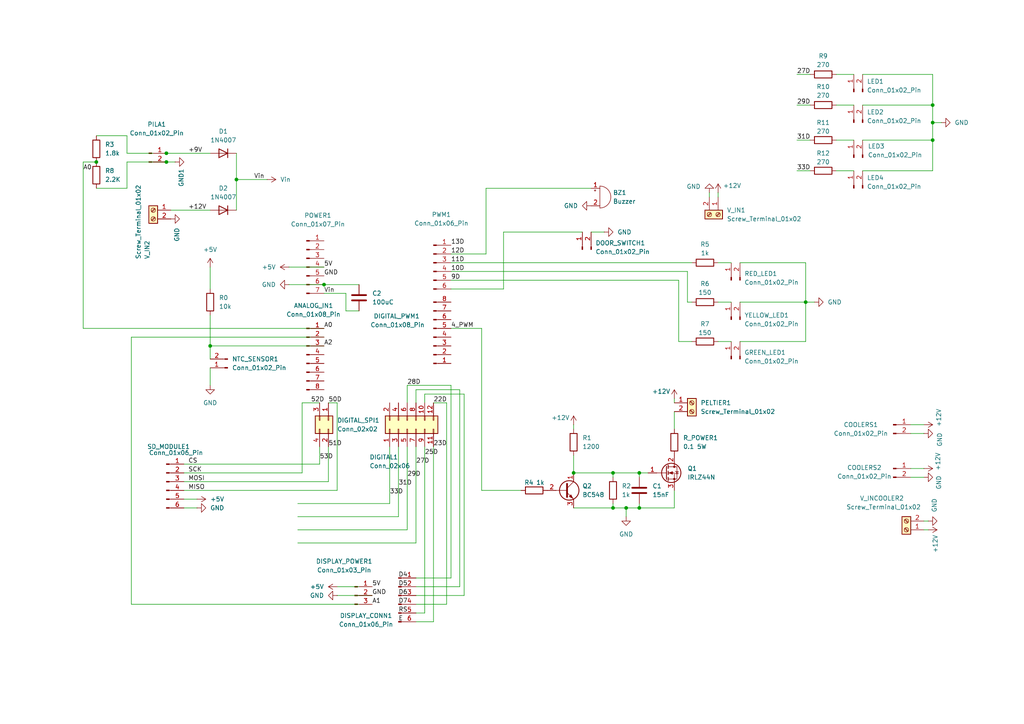
<source format=kicad_sch>
(kicad_sch (version 20250114) (generator "eeschema") (generator_version "9.0")
  (paper "A4")
  (lib_symbols
    (symbol "Conn_01x06_Pin_1" (pin_names (offset 1.016) (hide yes))
      (property "Reference" "SD_MODULE1" (at 0.635 10.16 0))
      (property "Value" "Conn_01x06_Pin" (at 2.794 8.382 0))
      (symbol "Conn_01x06_Pin_1_1_1"
        (pin passive line (at 5.08 5.08 180) (length 3.81) (name "Pin_1") (number "1"))
        (pin passive line (at 5.08 2.54 180) (length 3.81) (name "Pin_2") (number "2"))
        (pin passive line (at 5.08 0 180) (length 3.81) (name "Pin_3") (number "3"))
        (pin passive line (at 5.08 -2.54 180) (length 3.81) (name "Pin_4") (number "4"))
        (pin passive line (at 5.08 -5.08 180) (length 3.81) (name "Pin_5") (number "5"))
        (pin passive line (at 5.08 -7.62 180) (length 3.81) (name "Pin_6") (number "6"))
      )
    )
    (symbol "Conn_01x06_Pin_2" (pin_names (offset 1.016) (hide yes))
      (property "Reference" "DISPLAY_CONN1" (at -9.398 -5.842 0))
      (property "Value" "Conn_01x06_Pin" (at -9.398 -8.382 0))
      (symbol "Conn_01x06_Pin_2_1_1"
        (pin passive line (at 5.08 5.08 180) (length 3.81) (name "Pin_1") (number "1"))
        (pin passive line (at 5.08 2.54 180) (length 3.81) (name "Pin_2") (number "2"))
        (pin passive line (at 5.08 0 180) (length 3.81) (name "Pin_3") (number "3"))
        (pin passive line (at 5.08 -2.54 180) (length 3.81) (name "Pin_4") (number "4"))
        (pin passive line (at 5.08 -5.08 180) (length 3.81) (name "Pin_5") (number "5"))
        (pin passive line (at 5.08 -7.62 180) (length 3.81) (name "Pin_6") (number "6"))
      )
    )
    (symbol "Conn_01x08_Pin_1" (pin_names (offset 1.016) (hide yes))
      (property "Reference" "DIGITAL_PWM1" (at -10.668 3.556 0))
      (property "Value" "Conn_01x08_Pin" (at -10.414 1.016 0))
      (symbol "Conn_01x08_Pin_1_1_1"
        (pin passive line (at 5.08 7.62 180) (length 3.81) (name "Pin_1") (number "8"))
        (pin passive line (at 5.08 5.08 180) (length 3.81) (name "Pin_2") (number "7"))
        (pin passive line (at 5.08 2.54 180) (length 3.81) (name "Pin_3") (number "6"))
        (pin passive line (at 5.08 0 180) (length 3.81) (name "Pin_4") (number "5"))
        (pin passive line (at 5.08 -2.54 180) (length 3.81) (name "Pin_5") (number "4"))
        (pin passive line (at 5.08 -5.08 180) (length 3.81) (name "Pin_6") (number "3"))
        (pin passive line (at 5.08 -7.62 180) (length 3.81) (name "Pin_7") (number "2"))
        (pin passive line (at 5.08 -10.16 180) (length 3.81) (name "Pin_8") (number "1"))
      )
    )
    (symbol "Connector:Conn_01x02_Pin" (pin_names (offset 1.016) (hide yes))
      (property "Reference" "J" (at 0 2.54 0))
      (property "Value" "Conn_01x02_Pin" (at 0 -5.08 0))
      (symbol "Conn_01x02_Pin_1_1"
        (pin passive line (at 5.08 0 180) (length 3.81) (name "Pin_1") (number "1"))
        (pin passive line (at 5.08 -2.54 180) (length 3.81) (name "Pin_2") (number "2"))
      )
    )
    (symbol "Connector:Conn_01x03_Pin" (pin_names (offset 1.016) (hide yes))
      (property "Reference" "DISPLAY_POWER1" (at -3.048 9.906 0))
      (property "Value" "Conn_01x03_Pin" (at -3.048 7.366 0))
      (symbol "Conn_01x03_Pin_1_1"
        (pin passive line (at 5.08 2.54 180) (length 3.81) (name "Pin_1") (number "1"))
        (pin passive line (at 5.08 0 180) (length 3.81) (name "Pin_2") (number "2"))
        (pin passive line (at 5.08 -2.54 180) (length 3.81) (name "Pin_3") (number "3"))
      )
    )
    (symbol "Connector:Conn_01x06_Pin" (pin_names (offset 1.016) (hide yes))
      (property "Reference" "PWM1" (at 2.286 13.97 0))
      (property "Value" "Conn_01x06_Pin" (at 2.286 11.43 0))
      (symbol "Conn_01x06_Pin_1_1"
        (pin passive line (at 5.08 5.08 180) (length 3.81) (name "Pin_1") (number "1"))
        (pin passive line (at 5.08 2.54 180) (length 3.81) (name "Pin_2") (number "2"))
        (pin passive line (at 5.08 0 180) (length 3.81) (name "Pin_3") (number "3"))
        (pin passive line (at 5.08 -2.54 180) (length 3.81) (name "Pin_4") (number "4"))
        (pin passive line (at 5.08 -5.08 180) (length 3.81) (name "Pin_5") (number "5"))
        (pin passive line (at 5.08 -7.62 180) (length 3.81) (name "Pin_6") (number "6"))
      )
    )
    (symbol "Connector:Conn_01x07_Pin" (pin_names (offset 1.016) (hide yes))
      (property "Reference" "POWER1" (at 3.302 14.986 0))
      (property "Value" "Conn_01x07_Pin" (at 3.302 12.446 0))
      (symbol "Conn_01x07_Pin_1_1"
        (pin passive line (at 5.08 7.62 180) (length 3.81) (name "Pin_1") (number "1"))
        (pin passive line (at 5.08 5.08 180) (length 3.81) (name "Pin_2") (number "2"))
        (pin output line (at 5.08 2.54 180) (length 3.81) (name "Pin_3") (number "3"))
        (pin output line (at 5.08 0 180) (length 3.81) (name "Pin_4") (number "4"))
        (pin passive line (at 5.08 -2.54 180) (length 3.81) (name "Pin_5") (number "5"))
        (pin passive line (at 5.08 -5.08 180) (length 3.81) (name "Pin_6") (number "6"))
        (pin passive line (at 5.08 -7.62 180) (length 3.81) (name "Pin_7") (number "7"))
      )
    )
    (symbol "Connector:Conn_01x08_Pin" (pin_names (offset 1.016) (hide yes))
      (property "Reference" "ANALOG_IN1" (at 2.032 14.224 0))
      (property "Value" "Conn_01x08_Pin" (at 2.032 11.684 0))
      (symbol "Conn_01x08_Pin_1_1"
        (pin passive line (at 5.08 7.62 180) (length 3.81) (name "Pin_1") (number "1"))
        (pin passive line (at 5.08 5.08 180) (length 3.81) (name "Pin_2") (number "2"))
        (pin passive line (at 5.08 2.54 180) (length 3.81) (name "Pin_3") (number "3"))
        (pin passive line (at 5.08 0 180) (length 3.81) (name "Pin_4") (number "4"))
        (pin passive line (at 5.08 -2.54 180) (length 3.81) (name "Pin_5") (number "5"))
        (pin passive line (at 5.08 -5.08 180) (length 3.81) (name "Pin_6") (number "6"))
        (pin passive line (at 5.08 -7.62 180) (length 3.81) (name "Pin_7") (number "7"))
        (pin passive line (at 5.08 -10.16 180) (length 3.81) (name "Pin_8") (number "8"))
      )
    )
    (symbol "Connector:Screw_Terminal_01x02" (pin_names (offset 1.016) (hide yes))
      (property "Reference" "J" (at 0 2.54 0))
      (property "Value" "Screw_Terminal_01x02" (at 0 -5.08 0))
      (symbol "Screw_Terminal_01x02_1_1"
        (pin passive line (at -5.08 0 0) (length 3.81) (name "Pin_1") (number "1"))
        (pin passive line (at -5.08 -2.54 0) (length 3.81) (name "Pin_2") (number "2"))
      )
    )
    (symbol "Connector_Generic:Conn_02x02_Odd_Even" (pin_names (offset 1.016) (hide yes))
      (property "Reference" "DIGITAL_SPI1" (at -0.0001 2.54 90))
      (property "Value" "Conn_02x02" (at 2.5399 2.54 90))
      (symbol "Conn_02x02_Odd_Even_1_1"
        (pin passive line (at -5.08 0 0) (length 3.81) (name "Pin_1") (number "1"))
        (pin passive line (at -5.08 -2.54 0) (length 3.81) (name "Pin_3") (number "3"))
        (pin passive line (at 7.62 0 180) (length 3.81) (name "Pin_2") (number "2"))
        (pin passive line (at 7.62 -2.54 180) (length 3.81) (name "Pin_4") (number "4"))
      )
    )
    (symbol "Connector_Generic:Conn_02x06_Odd_Even" (pin_names (offset 1.016) (hide yes))
      (property "Reference" "DIGITAL1" (at -8.128 10.922 90))
      (property "Value" "Conn_02x06" (at -10.668 10.922 90))
      (symbol "Conn_02x06_Odd_Even_1_1"
        (pin passive line (at -5.08 5.08 0) (length 3.81) (name "Pin_1") (number "1"))
        (pin passive line (at -5.08 2.54 0) (length 3.81) (name "Pin_3") (number "3"))
        (pin passive line (at -5.08 0 0) (length 3.81) (name "Pin_5") (number "5"))
        (pin passive line (at -5.08 -2.54 0) (length 3.81) (name "Pin_7") (number "7"))
        (pin passive line (at -5.08 -5.08 0) (length 3.81) (name "Pin_9") (number "9"))
        (pin passive line (at -5.08 -7.62 0) (length 3.81) (name "Pin_11") (number "11"))
        (pin passive line (at 7.62 5.08 180) (length 3.81) (name "Pin_2") (number "2"))
        (pin passive line (at 7.62 2.54 180) (length 3.81) (name "Pin_4") (number "4"))
        (pin passive line (at 7.62 0 180) (length 3.81) (name "Pin_6") (number "6"))
        (pin passive line (at 7.62 -2.54 180) (length 3.81) (name "Pin_8") (number "8"))
        (pin passive line (at 7.62 -5.08 180) (length 3.81) (name "Pin_10") (number "10"))
        (pin passive line (at 7.62 -7.62 180) (length 3.81) (name "Pin_12") (number "12"))
      )
    )
    (symbol "Device:Buzzer" (pin_names (offset 0.0254) (hide yes))
      (property "Reference" "BZ" (at 3.81 1.27 0))
      (property "Value" "Buzzer" (at 3.81 -1.27 0))
      (symbol "Buzzer_1_1"
        (pin passive line (at -2.54 2.54 0) (length 2.54) (name "+") (number "1"))
        (pin passive line (at -2.54 -2.54 0) (length 2.54) (name "-") (number "2"))
      )
    )
    (symbol "Device:C" (pin_numbers (hide yes)) (pin_names (offset 0.254))
      (property "Reference" "C" (at 0.635 2.54 0))
      (property "Value" "C" (at 0.635 -2.54 0))
      (symbol "C_1_1"
        (pin passive line (at 0 3.81 270) (length 2.794) (name "~") (number "1"))
        (pin passive line (at 0 -3.81 90) (length 2.794) (name "~") (number "2"))
      )
    )
    (symbol "Device:R" (pin_numbers (hide yes)) (pin_names (offset 0))
      (property "Reference" "R" (at 2.032 0 90))
      (property "Value" "R" (at 0 0 90))
      (symbol "R_1_1"
        (pin passive line (at 0 3.81 270) (length 1.27) (name "~") (number "1"))
        (pin passive line (at 0 -3.81 90) (length 1.27) (name "~") (number "2"))
      )
    )
    (symbol "Diode:1N4007" (pin_numbers (hide yes)) (pin_names (hide yes))
      (property "Reference" "D" (at 0 2.54 0))
      (property "Value" "1N4007" (at 0 -2.54 0))
      (symbol "1N4007_1_1"
        (pin passive line (at -3.81 0 0) (length 2.54) (name "K") (number "1"))
        (pin passive line (at 3.81 0 180) (length 2.54) (name "A") (number "2"))
      )
    )
    (symbol "Transistor_BJT:BC548" (pin_names (offset 0) (hide yes))
      (property "Reference" "Q" (at 5.08 1.905 0))
      (property "Value" "BC548" (at 5.08 0 0))
      (symbol "BC548_1_1"
        (pin input line (at -5.08 0 0) (length 2.54) (name "B") (number "2"))
        (pin passive line (at 2.54 5.08 270) (length 2.54) (name "C") (number "1"))
        (pin passive line (at 2.54 -5.08 90) (length 2.54) (name "E") (number "3"))
      )
    )
    (symbol "Transistor_FET:IRLZ44N" (pin_names (hide yes))
      (property "Reference" "Q" (at 5.08 1.905 0))
      (property "Value" "IRLZ44N" (at 5.08 0 0))
      (symbol "IRLZ44N_1_1"
        (pin input line (at -5.08 0 0) (length 2.54) (name "G") (number "1"))
        (pin passive line (at 2.54 5.08 270) (length 2.54) (name "D") (number "2"))
        (pin passive line (at 2.54 -5.08 90) (length 2.54) (name "S") (number "3"))
      )
    )
    (symbol "power:+12V" (power) (pin_numbers (hide yes)) (pin_names (offset 0) (hide yes))
      (property "Value" "+12V" (at 0 3.556 0))
      (symbol "+12V_1_1"
        (pin power_in line (at 0 0 90) (length 0) (name "~") (number "1"))
      )
    )
    (symbol "power:+5V" (power) (pin_numbers (hide yes)) (pin_names (offset 0) (hide yes))
      (property "Value" "+5V" (at 0 3.556 0))
      (symbol "+5V_1_1"
        (pin power_in line (at 0 0 90) (length 0) (name "~") (number "1"))
      )
    )
    (symbol "power:GND" (power) (pin_numbers (hide yes)) (pin_names (offset 0) (hide yes))
      (property "Value" "GND" (at 0 -3.81 0))
      (symbol "GND_1_1"
        (pin power_in line (at 0 0 270) (length 0) (name "~") (number "1"))
      )
    )
    (symbol "power:VCC" (power) (pin_numbers (hide yes)) (pin_names (offset 0) (hide yes))
      (property "Value" "VCC" (at 0 3.556 0))
      (symbol "VCC_1_1"
        (pin power_in line (at 0 0 90) (length 0) (name "~") (number "1"))
      )
    )
  )
  (junction (at 185.42 147.32))
  (junction (at 27.94 46.99))
  (junction (at 270.51 35.56))
  (junction (at 48.26 44.45))
  (junction (at 166.37 137.16))
  (junction (at 270.51 30.48))
  (junction (at 177.8 137.16))
  (junction (at 181.61 147.32))
  (junction (at 233.68 87.63))
  (junction (at 60.96 100.33))
  (junction (at 48.26 46.99))
  (junction (at 68.58 52.07))
  (junction (at 93.98 82.55))
  (junction (at 177.8 147.32))
  (junction (at 270.51 40.64))
  (junction (at 185.42 137.16))
  (wire (pts (xy 120.65 172.72) (xy 134.62 172.72)))
  (wire (pts (xy 115.57 129.54) (xy 115.57 149.86)))
  (wire (pts (xy 93.98 95.25) (xy 24.13 95.25)))
  (wire (pts (xy 242.57 40.64) (xy 247.65 40.64)))
  (wire (pts (xy 130.81 81.28) (xy 196.85 81.28)))
  (wire (pts (xy 270.51 30.48) (xy 250.19 30.48)))
  (wire (pts (xy 250.19 49.53) (xy 270.51 49.53)))
  (wire (pts (xy 97.79 170.18) (xy 107.95 170.18)))
  (wire (pts (xy 53.34 144.78) (xy 57.15 144.78)))
  (wire (pts (xy 27.94 54.61) (xy 36.83 54.61)))
  (wire (pts (xy 233.68 76.2) (xy 233.68 87.63)))
  (wire (pts (xy 53.34 139.7) (xy 95.25 139.7)))
  (wire (pts (xy 36.83 54.61) (xy 36.83 46.99)))
  (wire (pts (xy 48.26 46.99) (xy 50.8 46.99)))
  (wire (pts (xy 166.37 124.46) (xy 166.37 123.19)))
  (wire (pts (xy 177.8 146.05) (xy 177.8 147.32)))
  (wire (pts (xy 120.65 180.34) (xy 125.73 180.34)))
  (wire (pts (xy 208.28 57.15) (xy 208.28 55.88)))
  (wire (pts (xy 177.8 147.32) (xy 181.61 147.32)))
  (wire (pts (xy 264.16 123.19) (xy 267.97 123.19)))
  (wire (pts (xy 97.79 116.84) (xy 95.25 116.84)))
  (wire (pts (xy 146.05 67.31) (xy 168.91 67.31)))
  (wire (pts (xy 86.36 149.86) (xy 115.57 149.86)))
  (wire (pts (xy 60.96 106.68) (xy 60.96 111.76)))
  (wire (pts (xy 247.65 30.48) (xy 242.57 30.48)))
  (wire (pts (xy 113.03 129.54) (xy 113.03 146.05)))
  (wire (pts (xy 93.98 82.55) (xy 104.14 82.55)))
  (wire (pts (xy 250.19 40.64) (xy 270.51 40.64)))
  (wire (pts (xy 146.05 83.82) (xy 130.81 83.82)))
  (wire (pts (xy 68.58 52.07) (xy 68.58 60.96)))
  (wire (pts (xy 38.1 175.26) (xy 107.95 175.26)))
  (wire (pts (xy 177.8 138.43) (xy 177.8 137.16)))
  (wire (pts (xy 139.7 95.25) (xy 139.7 142.24)))
  (wire (pts (xy 195.58 119.38) (xy 195.58 124.46)))
  (wire (pts (xy 130.81 167.64) (xy 130.81 111.76)))
  (wire (pts (xy 139.7 142.24) (xy 151.13 142.24)))
  (wire (pts (xy 24.13 95.25) (xy 24.13 46.99)))
  (wire (pts (xy 129.54 175.26) (xy 129.54 116.84)))
  (wire (pts (xy 83.82 82.55) (xy 93.98 82.55)))
  (wire (pts (xy 214.63 87.63) (xy 233.68 87.63)))
  (wire (pts (xy 181.61 147.32) (xy 185.42 147.32)))
  (wire (pts (xy 212.09 99.06) (xy 208.28 99.06)))
  (wire (pts (xy 205.74 57.15) (xy 205.74 55.88)))
  (wire (pts (xy 250.19 21.59) (xy 270.51 21.59)))
  (wire (pts (xy 212.09 87.63) (xy 208.28 87.63)))
  (wire (pts (xy 199.39 87.63) (xy 200.66 87.63)))
  (wire (pts (xy 270.51 21.59) (xy 270.51 30.48)))
  (wire (pts (xy 123.19 177.8) (xy 123.19 129.54)))
  (wire (pts (xy 53.34 147.32) (xy 57.15 147.32)))
  (wire (pts (xy 92.71 134.62) (xy 53.34 134.62)))
  (wire (pts (xy 270.51 35.56) (xy 270.51 40.64)))
  (wire (pts (xy 139.7 95.25) (xy 130.81 95.25)))
  (wire (pts (xy 195.58 116.84) (xy 195.58 115.57)))
  (wire (pts (xy 130.81 73.66) (xy 140.97 73.66)))
  (wire (pts (xy 208.28 76.2) (xy 212.09 76.2)))
  (wire (pts (xy 93.98 97.79) (xy 38.1 97.79)))
  (wire (pts (xy 27.94 39.37) (xy 36.83 39.37)))
  (wire (pts (xy 140.97 54.61) (xy 140.97 73.66)))
  (wire (pts (xy 264.16 138.43) (xy 267.97 138.43)))
  (wire (pts (xy 36.83 39.37) (xy 36.83 44.45)))
  (wire (pts (xy 87.63 137.16) (xy 87.63 116.84)))
  (wire (pts (xy 125.73 129.54) (xy 125.73 180.34)))
  (wire (pts (xy 166.37 137.16) (xy 177.8 137.16)))
  (wire (pts (xy 97.79 172.72) (xy 107.95 172.72)))
  (wire (pts (xy 214.63 76.2) (xy 233.68 76.2)))
  (wire (pts (xy 270.51 40.64) (xy 270.51 49.53)))
  (wire (pts (xy 233.68 99.06) (xy 214.63 99.06)))
  (wire (pts (xy 36.83 44.45) (xy 48.26 44.45)))
  (wire (pts (xy 175.26 67.31) (xy 171.45 67.31)))
  (wire (pts (xy 267.97 151.13) (xy 269.24 151.13)))
  (wire (pts (xy 53.34 137.16) (xy 87.63 137.16)))
  (wire (pts (xy 270.51 30.48) (xy 270.51 35.56)))
  (wire (pts (xy 181.61 147.32) (xy 181.61 149.86)))
  (wire (pts (xy 270.51 35.56) (xy 273.05 35.56)))
  (wire (pts (xy 242.57 21.59) (xy 247.65 21.59)))
  (wire (pts (xy 60.96 100.33) (xy 60.96 104.14)))
  (wire (pts (xy 236.22 87.63) (xy 233.68 87.63)))
  (wire (pts (xy 231.14 49.53) (xy 234.95 49.53)))
  (wire (pts (xy 185.42 138.43) (xy 185.42 137.16)))
  (wire (pts (xy 97.79 142.24) (xy 97.79 116.84)))
  (wire (pts (xy 118.11 129.54) (xy 118.11 153.67)))
  (wire (pts (xy 166.37 147.32) (xy 177.8 147.32)))
  (wire (pts (xy 87.63 116.84) (xy 92.71 116.84)))
  (wire (pts (xy 53.34 142.24) (xy 97.79 142.24)))
  (wire (pts (xy 86.36 157.48) (xy 120.65 157.48)))
  (wire (pts (xy 118.11 111.76) (xy 118.11 116.84)))
  (wire (pts (xy 233.68 87.63) (xy 233.68 99.06)))
  (wire (pts (xy 264.16 125.73) (xy 267.97 125.73)))
  (wire (pts (xy 196.85 99.06) (xy 200.66 99.06)))
  (wire (pts (xy 83.82 77.47) (xy 93.98 77.47)))
  (wire (pts (xy 60.96 91.44) (xy 60.96 100.33)))
  (wire (pts (xy 195.58 147.32) (xy 195.58 142.24)))
  (wire (pts (xy 38.1 97.79) (xy 38.1 175.26)))
  (wire (pts (xy 199.39 78.74) (xy 199.39 87.63)))
  (wire (pts (xy 133.35 113.03) (xy 120.65 113.03)))
  (wire (pts (xy 130.81 78.74) (xy 199.39 78.74)))
  (wire (pts (xy 36.83 46.99) (xy 48.26 46.99)))
  (wire (pts (xy 177.8 137.16) (xy 185.42 137.16)))
  (wire (pts (xy 140.97 54.61) (xy 171.45 54.61)))
  (wire (pts (xy 130.81 111.76) (xy 118.11 111.76)))
  (wire (pts (xy 231.14 21.59) (xy 234.95 21.59)))
  (wire (pts (xy 68.58 44.45) (xy 68.58 52.07)))
  (wire (pts (xy 92.71 129.54) (xy 92.71 134.62)))
  (wire (pts (xy 231.14 40.64) (xy 234.95 40.64)))
  (wire (pts (xy 247.65 49.53) (xy 242.57 49.53)))
  (wire (pts (xy 196.85 81.28) (xy 196.85 99.06)))
  (wire (pts (xy 185.42 147.32) (xy 195.58 147.32)))
  (wire (pts (xy 267.97 153.67) (xy 269.24 153.67)))
  (wire (pts (xy 146.05 67.31) (xy 146.05 83.82)))
  (wire (pts (xy 130.81 76.2) (xy 200.66 76.2)))
  (wire (pts (xy 48.26 44.45) (xy 60.96 44.45)))
  (wire (pts (xy 120.65 175.26) (xy 129.54 175.26)))
  (wire (pts (xy 60.96 100.33) (xy 93.98 100.33)))
  (wire (pts (xy 166.37 132.08) (xy 166.37 137.16)))
  (wire (pts (xy 95.25 139.7) (xy 95.25 129.54)))
  (wire (pts (xy 185.42 137.16) (xy 187.96 137.16)))
  (wire (pts (xy 60.96 83.82) (xy 60.96 77.47)))
  (wire (pts (xy 185.42 146.05) (xy 185.42 147.32)))
  (wire (pts (xy 129.54 116.84) (xy 125.73 116.84)))
  (wire (pts (xy 86.36 153.67) (xy 118.11 153.67)))
  (wire (pts (xy 264.16 135.89) (xy 267.97 135.89)))
  (wire (pts (xy 134.62 114.3) (xy 123.19 114.3)))
  (wire (pts (xy 123.19 114.3) (xy 123.19 116.84)))
  (wire (pts (xy 120.65 129.54) (xy 120.65 157.48)))
  (wire (pts (xy 231.14 30.48) (xy 234.95 30.48)))
  (wire (pts (xy 86.36 146.05) (xy 113.03 146.05)))
  (wire (pts (xy 120.65 113.03) (xy 120.65 116.84)))
  (wire (pts (xy 100.33 90.17) (xy 104.14 90.17)))
  (wire (pts (xy 120.65 177.8) (xy 123.19 177.8)))
  (wire (pts (xy 133.35 170.18) (xy 133.35 113.03)))
  (wire (pts (xy 120.65 170.18) (xy 133.35 170.18)))
  (wire (pts (xy 68.58 52.07) (xy 77.47 52.07)))
  (wire (pts (xy 100.33 85.09) (xy 100.33 90.17)))
  (wire (pts (xy 27.94 46.99) (xy 24.13 46.99)))
  (wire (pts (xy 49.53 60.96) (xy 60.96 60.96)))
  (wire (pts (xy 120.65 167.64) (xy 130.81 167.64)))
  (wire (pts (xy 134.62 172.72) (xy 134.62 114.3)))
  (wire (pts (xy 93.98 85.09) (xy 100.33 85.09)))
  (label "4_PWM" (at 130.81 95.25 0))
  (label "D7" (at 115.57 175.26 0))
  (label "33D" (at 113.03 143.51 0))
  (label "A2" (at 93.98 100.33 0))
  (label "11D" (at 130.81 76.2 0))
  (label "13D" (at 130.81 71.12 0))
  (label "53D" (at 92.71 133.35 0))
  (label "CS" (at 54.61 134.62 0))
  (label "5V" (at 107.95 170.18 0))
  (label "51D" (at 95.25 129.54 0))
  (label "E" (at 115.57 180.34 0))
  (label "+9V" (at 54.61 44.45 0))
  (label "D5" (at 115.57 170.18 0))
  (label "D6" (at 115.57 172.72 0))
  (label "+12V" (at 54.61 60.96 0))
  (label "50D" (at 95.25 116.84 0))
  (label "SCK" (at 54.61 137.16 0))
  (label "52D" (at 90.17 116.84 0))
  (label "Vin" (at 73.66 52.07 0))
  (label "23D" (at 125.73 129.54 0))
  (label "31D" (at 115.57 140.97 0))
  (label "27D" (at 120.65 134.62 0))
  (label "RS" (at 115.57 177.8 0))
  (label "12D" (at 130.81 73.66 0))
  (label "9D" (at 130.81 81.28 0))
  (label "31D" (at 231.14 40.64 0))
  (label "29D" (at 231.14 30.48 0))
  (label "27D" (at 231.14 21.59 0))
  (label "5V" (at 93.98 77.47 0))
  (label "Vin" (at 93.98 85.09 0))
  (label "MOSI" (at 54.61 139.7 0))
  (label "10D" (at 130.81 78.74 0))
  (label "A0" (at 24.13 49.53 0))
  (label "GND" (at 93.98 80.01 0))
  (label "MISO" (at 54.61 142.24 0))
  (label "A1" (at 107.95 175.26 0))
  (label "28D" (at 118.11 111.76 0))
  (label "D4" (at 115.57 167.64 0))
  (label "25D" (at 123.19 132.08 0))
  (label "A0" (at 93.98 95.25 0))
  (label "22D" (at 125.73 116.84 0))
  (label "33D" (at 231.14 49.53 0))
  (label "GND" (at 107.95 172.72 0))
  (label "29D" (at 118.11 138.43 0))
  (symbol (lib_id "Device:R") (at 238.76 21.59 90) (unit 1)
    (property "Reference" "R9" (at 238.76 16.256 90))
    (property "Value" "270" (at 238.76 18.796 90))
    (property "Footprint" "Resistor_THT:R_Axial_DIN0207_L6.3mm_D2.5mm_P7.62mm_Horizontal" (effects (hide yes)))
    (property "Description" "Resistor" (effects (hide yes)))
  )
  (symbol (lib_id "Connector:Conn_01x02_Pin") (at 259.08 123.19 0) (unit 1)
    (property "Reference" "COOLERS1" (at 249.682 123.19 0))
    (property "Value" "Conn_01x02_Pin" (at 249.682 125.73 0))
    (property "Footprint" "Connector_JST:JST_XH_B2B-XH-A_1x02_P2.50mm_Vertical" (effects (hide yes)))
    (property "Description" "Generic connector, single row, 01x02, script generated" (effects (hide yes)))
  )
  (symbol (lib_id "Device:R") (at 238.76 40.64 90) (unit 1)
    (property "Reference" "R11" (at 238.76 35.56 90))
    (property "Value" "270" (at 238.76 38.1 90))
    (property "Footprint" "Resistor_THT:R_Axial_DIN0207_L6.3mm_D2.5mm_P7.62mm_Horizontal" (effects (hide yes)))
    (property "Description" "Resistor" (effects (hide yes)))
  )
  (symbol (lib_id "Device:R") (at 177.8 142.24 0) (unit 1)
    (property "Reference" "R2" (at 180.34 140.9699 0) (effects (justify left)))
    (property "Value" "1k" (at 180.34 143.5099 0) (effects (justify left)))
    (property "Footprint" "Resistor_THT:R_Axial_DIN0207_L6.3mm_D2.5mm_P7.62mm_Horizontal" (effects (hide yes)))
    (property "Description" "Resistor" (effects (hide yes)))
  )
  (symbol (lib_id "power:GND") (at 49.53 63.5 90) (mirror x) (unit 1)
    (property "Reference" "#PWR023" (effects (hide yes)))
    (property "Value" "GND" (at 51.308 68.072 0))
    (property "Description" "Power symbol creates a global label with name \"GND\" , ground" (effects (hide yes)))
  )
  (symbol (lib_id "Connector:Conn_01x02_Pin") (at 247.65 35.56 90) (unit 1)
    (property "Reference" "LED2" (at 251.46 32.512 90) (effects (justify right)))
    (property "Value" "Conn_01x02_Pin" (at 251.46 35.052 90) (effects (justify right)))
    (property "Footprint" "Connector_PinHeader_2.54mm:PinHeader_1x02_P2.54mm_Vertical" (effects (hide yes)))
    (property "Description" "Generic connector, single row, 01x02, script generated" (effects (hide yes)))
  )
  (symbol (lib_id "Connector:Conn_01x02_Pin") (at 66.04 106.68 180) (unit 1)
    (property "Reference" "NTC_SENSOR1" (at 67.31 104.1399 0) (effects (justify right)))
    (property "Value" "Conn_01x02_Pin" (at 67.31 106.6799 0) (effects (justify right)))
    (property "Footprint" "Connector_JST:JST_XH_B2B-XH-A_1x02_P2.50mm_Vertical" (effects (hide yes)))
    (property "Description" "Generic connector, single row, 01x02, script generated" (effects (hide yes)))
  )
  (symbol (lib_id "Transistor_BJT:BC548") (at 163.83 142.24 0) (unit 1)
    (property "Reference" "Q2" (at 168.91 140.9699 0) (effects (justify left)))
    (property "Value" "BC548" (at 168.91 143.5099 0) (effects (justify left)))
    (property "Footprint" "Package_TO_SOT_THT:TO-92_Inline" (effects (hide yes)))
    (property "Datasheet" "https://www.onsemi.com/pub/Collateral/BC550-D.pdf" (effects (hide yes)))
    (property "Description" "0.1A Ic, 30V Vce, Small Signal NPN Transistor, TO-92" (effects (hide yes)))
  )
  (symbol (lib_id "power:+12V") (at 166.37 123.19 0) (unit 1)
    (property "Reference" "#PWR04" (effects (hide yes)))
    (property "Value" "+12V" (at 162.56 121.158 0))
    (property "Description" "Power symbol creates a global label with name \"+12V\"" (effects (hide yes)))
  )
  (symbol (lib_id "Connector:Conn_01x02_Pin") (at 212.09 92.71 90) (unit 1)
    (property "Reference" "YELLOW_LED1" (at 215.9 91.44 90) (effects (justify right)))
    (property "Value" "Conn_01x02_Pin" (at 215.9 93.98 90) (effects (justify right)))
    (property "Footprint" "Connector_PinHeader_2.54mm:PinHeader_1x02_P2.54mm_Vertical" (effects (hide yes)))
    (property "Description" "Generic connector, single row, 01x02, script generated" (effects (hide yes)))
  )
  (symbol (lib_id "Device:R") (at 27.94 43.18 0) (unit 1)
    (property "Reference" "R3" (at 30.48 41.9099 0) (effects (justify left)))
    (property "Value" "1.8k" (at 30.48 44.4499 0) (effects (justify left)))
    (property "Footprint" "Resistor_THT:R_Axial_DIN0207_L6.3mm_D2.5mm_P7.62mm_Horizontal" (effects (hide yes)))
    (property "Description" "Resistor" (effects (hide yes)))
  )
  (symbol (lib_id "Connector:Conn_01x02_Pin") (at 247.65 54.61 90) (unit 1)
    (property "Reference" "LED4" (at 251.46 51.562 90) (effects (justify right)))
    (property "Value" "Conn_01x02_Pin" (at 251.46 54.102 90) (effects (justify right)))
    (property "Footprint" "Connector_PinHeader_2.54mm:PinHeader_1x02_P2.54mm_Vertical" (effects (hide yes)))
    (property "Description" "Generic connector, single row, 01x02, script generated" (effects (hide yes)))
  )
  (symbol (lib_id "Connector:Conn_01x02_Pin") (at 168.91 72.39 90) (unit 1)
    (property "Reference" "DOOR_SWITCH1" (at 172.72 70.4849 90) (effects (justify right)))
    (property "Value" "Conn_01x02_Pin" (at 172.72 73.0249 90) (effects (justify right)))
    (property "Footprint" "Connector_PinHeader_2.54mm:PinHeader_1x02_P2.54mm_Vertical" (effects (hide yes)))
    (property "Description" "Generic connector, single row, 01x02, script generated" (effects (hide yes)))
  )
  (symbol (lib_id "Connector:Conn_01x07_Pin") (at 88.9 77.47 0) (unit 1)
    (property "Reference" "POWER1" (at 92.202 62.484 0))
    (property "Value" "Conn_01x07_Pin" (at 92.202 65.024 0))
    (property "Footprint" "Connector_PinHeader_2.54mm:PinHeader_1x07_P2.54mm_Vertical" (effects (hide yes)))
    (property "Description" "Generic connector, single row, 01x07, script generated" (effects (hide yes)))
  )
  (symbol (lib_id "Connector:Conn_01x08_Pin") (at 88.9 102.87 0) (unit 1)
    (property "Reference" "ANALOG_IN1" (at 90.932 88.646 0))
    (property "Value" "Conn_01x08_Pin" (at 90.932 91.186 0))
    (property "Footprint" "Connector_PinHeader_2.54mm:PinHeader_1x08_P2.54mm_Vertical" (effects (hide yes)))
    (property "Description" "Generic connector, single row, 01x08, script generated" (effects (hide yes)))
  )
  (symbol (lib_id "Device:R") (at 238.76 30.48 90) (unit 1)
    (property "Reference" "R10" (at 238.76 25.146 90))
    (property "Value" "270" (at 238.76 27.686 90))
    (property "Footprint" "Resistor_THT:R_Axial_DIN0207_L6.3mm_D2.5mm_P7.62mm_Horizontal" (effects (hide yes)))
    (property "Description" "Resistor" (effects (hide yes)))
  )
  (symbol (lib_id "Diode:1N4007") (at 64.77 60.96 180) (unit 1)
    (property "Reference" "D2" (at 64.77 54.61 0))
    (property "Value" "1N4007" (at 64.77 57.15 0))
    (property "Footprint" "Diode_THT:D_DO-41_SOD81_P10.16mm_Horizontal" (effects (hide yes)))
    (property "Datasheet" "http://www.vishay.com/docs/88503/1n4001.pdf" (effects (hide yes)))
    (property "Description" "1000V 1A General Purpose Rectifier Diode, DO-41" (effects (hide yes)))
    (property "Sim.Device" "D" (effects (hide yes)))
    (property "Sim.Pins" "1=K 2=A" (effects (hide yes)))
  )
  (symbol (lib_id "Device:R") (at 166.37 128.27 0) (unit 1)
    (property "Reference" "R1" (at 168.91 126.9999 0) (effects (justify left)))
    (property "Value" "1200" (at 168.91 129.5399 0) (effects (justify left)))
    (property "Footprint" "Resistor_THT:R_Axial_DIN0207_L6.3mm_D2.5mm_P7.62mm_Horizontal" (effects (hide yes)))
    (property "Description" "Resistor" (effects (hide yes)))
  )
  (symbol (lib_id "Connector:Conn_01x02_Pin") (at 247.65 45.72 90) (unit 1)
    (property "Reference" "LED3" (at 251.714 42.418 90) (effects (justify right)))
    (property "Value" "Conn_01x02_Pin" (at 251.714 44.958 90) (effects (justify right)))
    (property "Footprint" "Connector_PinHeader_2.54mm:PinHeader_1x02_P2.54mm_Vertical" (effects (hide yes)))
    (property "Description" "Generic connector, single row, 01x02, script generated" (effects (hide yes)))
  )
  (symbol (lib_id "power:+5V") (at 57.15 144.78 270) (unit 1)
    (property "Reference" "#PWR010" (effects (hide yes)))
    (property "Value" "+5V" (at 60.96 144.7799 90) (effects (justify left)))
    (property "Description" "Power symbol creates a global label with name \"+5V\"" (effects (hide yes)))
  )
  (symbol (lib_id "power:GND") (at 97.79 172.72 270) (unit 1)
    (property "Reference" "#PWR011" (effects (hide yes)))
    (property "Value" "GND" (at 93.98 172.7199 90) (effects (justify right)))
    (property "Description" "Power symbol creates a global label with name \"GND\" , ground" (effects (hide yes)))
  )
  (symbol (lib_id "power:GND") (at 267.97 125.73 90) (unit 1)
    (property "Reference" "#PWR014" (effects (hide yes)))
    (property "Value" "GND" (at 272.542 127.508 0))
    (property "Description" "Power symbol creates a global label with name \"GND\" , ground" (effects (hide yes)))
  )
  (symbol (lib_id "power:GND") (at 205.74 55.88 180) (unit 1)
    (property "Reference" "#PWR03" (effects (hide yes)))
    (property "Value" "GND" (at 201.168 54.102 0))
    (property "Description" "Power symbol creates a global label with name \"GND\" , ground" (effects (hide yes)))
  )
  (symbol (lib_id "power:GND") (at 171.45 59.69 270) (unit 1)
    (property "Reference" "#PWR020" (effects (hide yes)))
    (property "Value" "GND" (at 167.64 59.6899 90) (effects (justify right)))
    (property "Description" "Power symbol creates a global label with name \"GND\" , ground" (effects (hide yes)))
  )
  (symbol (lib_id "power:+5V") (at 83.82 77.47 90) (unit 1)
    (property "Reference" "#PWR08" (effects (hide yes)))
    (property "Value" "+5V" (at 80.01 77.4699 90) (effects (justify left)))
    (property "Description" "Power symbol creates a global label with name \"+5V\"" (effects (hide yes)))
  )
  (symbol (lib_name "Conn_01x08_Pin_1") (lib_id "Connector:Conn_01x08_Pin") (at 125.73 95.25 0) (unit 1)
    (property "Reference" "DIGITAL_PWM1" (at 115.062 91.694 0))
    (property "Value" "Conn_01x08_Pin" (at 115.316 94.234 0))
    (property "Footprint" "Connector_PinHeader_2.54mm:PinHeader_1x08_P2.54mm_Vertical" (effects (hide yes)))
    (property "Description" "Generic connector, single row, 01x08, script generated" (effects (hide yes)))
  )
  (symbol (lib_id "Connector_Generic:Conn_02x06_Odd_Even") (at 118.11 124.46 90) (unit 1)
    (property "Reference" "DIGITAL1" (at 107.188 132.588 90) (effects (justify right)))
    (property "Value" "Conn_02x06" (at 107.188 135.128 90) (effects (justify right)))
    (property "Footprint" "Connector_PinHeader_2.54mm:PinHeader_2x06_P2.54mm_Vertical" (effects (hide yes)))
    (property "Description" "Generic connector, double row, 02x06, odd/even pin numbering scheme (row 1 odd numbers, row 2 even numbers), script generated (kicad-library-utils/schlib/autogen/connector/)" (effects (hide yes)))
  )
  (symbol (lib_name "Conn_01x06_Pin_2") (lib_id "Connector:Conn_01x06_Pin") (at 115.57 172.72 0) (unit 1)
    (property "Reference" "DISPLAY_CONN1" (at 106.172 178.562 0))
    (property "Value" "Conn_01x06_Pin" (at 106.172 181.102 0))
    (property "Footprint" "Connector_PinHeader_2.54mm:PinHeader_1x06_P2.54mm_Vertical" (effects (hide yes)))
    (property "Description" "Generic connector, single row, 01x06, script generated" (effects (hide yes)))
  )
  (symbol (lib_id "Connector:Screw_Terminal_01x02") (at 44.45 60.96 0) (mirror y) (unit 1)
    (property "Reference" "V_IN2" (at 42.672 75.184 90) (effects (justify left)))
    (property "Value" "Screw_Terminal_01x02" (at 40.132 75.184 90) (effects (justify left)))
    (property "Footprint" "TerminalBlock:TerminalBlock_bornier-2_P5.08mm" (effects (hide yes)))
    (property "Description" "Generic screw terminal, single row, 01x02, script generated (kicad-library-utils/schlib/autogen/connector/)" (effects (hide yes)))
  )
  (symbol (lib_id "Transistor_FET:IRLZ44N") (at 193.04 137.16 0) (unit 1)
    (property "Reference" "Q1" (at 199.39 135.8899 0) (effects (justify left)))
    (property "Value" "IRLZ44N" (at 199.39 138.4299 0) (effects (justify left)))
    (property "Footprint" "Package_TO_SOT_THT:TO-220-3_Vertical" (effects (hide yes)))
    (property "Datasheet" "http://www.irf.com/product-info/datasheets/data/irlz44n.pdf" (effects (hide yes)))
    (property "Description" "47A Id, 55V Vds, 22mOhm Rds Single N-Channel HEXFET Power MOSFET, TO-220AB" (effects (hide yes)))
  )
  (symbol (lib_id "Device:R") (at 27.94 50.8 0) (unit 1)
    (property "Reference" "R8" (at 30.48 49.5299 0) (effects (justify left)))
    (property "Value" "2.2K" (at 30.48 52.0699 0) (effects (justify left)))
    (property "Footprint" "Resistor_THT:R_Axial_DIN0207_L6.3mm_D2.5mm_P7.62mm_Horizontal" (effects (hide yes)))
    (property "Description" "Resistor" (effects (hide yes)))
  )
  (symbol (lib_id "power:GND") (at 269.24 151.13 90) (unit 1)
    (property "Reference" "#PWR018" (effects (hide yes)))
    (property "Value" "GND" (at 271.018 146.558 0))
    (property "Description" "Power symbol creates a global label with name \"GND\" , ground" (effects (hide yes)))
  )
  (symbol (lib_id "power:GND") (at 60.96 111.76 0) (unit 1)
    (property "Reference" "#PWR06" (effects (hide yes)))
    (property "Value" "GND" (at 60.96 116.84 0))
    (property "Description" "Power symbol creates a global label with name \"GND\" , ground" (effects (hide yes)))
  )
  (symbol (lib_id "Device:Buzzer") (at 173.99 57.15 0) (unit 1)
    (property "Reference" "BZ1" (at 177.8 55.8799 0) (effects (justify left)))
    (property "Value" "Buzzer" (at 177.8 58.4199 0) (effects (justify left)))
    (property "Footprint" "Buzzer_Beeper:Buzzer_12x9.5RM7.6" (effects (hide yes)))
    (property "Description" "Buzzer, polarized" (effects (hide yes)))
  )
  (symbol (lib_id "power:GND") (at 267.97 138.43 90) (unit 1)
    (property "Reference" "#PWR016" (effects (hide yes)))
    (property "Value" "GND" (at 272.288 139.954 0))
    (property "Description" "Power symbol creates a global label with name \"GND\" , ground" (effects (hide yes)))
  )
  (symbol (lib_id "power:GND") (at 236.22 87.63 90) (unit 1)
    (property "Reference" "#PWR021" (effects (hide yes)))
    (property "Value" "GND" (at 240.03 87.6299 90) (effects (justify right)))
    (property "Description" "Power symbol creates a global label with name \"GND\" , ground" (effects (hide yes)))
  )
  (symbol (lib_id "power:GND") (at 273.05 35.56 90) (unit 1)
    (property "Reference" "#PWR024" (effects (hide yes)))
    (property "Value" "GND" (at 276.86 35.5599 90) (effects (justify right)))
    (property "Description" "Power symbol creates a global label with name \"GND\" , ground" (effects (hide yes)))
  )
  (symbol (lib_id "power:+12V") (at 267.97 123.19 270) (unit 1)
    (property "Reference" "#PWR013" (effects (hide yes)))
    (property "Value" "+12V" (at 272.288 121.158 0))
    (property "Description" "Power symbol creates a global label with name \"+12V\"" (effects (hide yes)))
  )
  (symbol (lib_id "Device:R") (at 60.96 87.63 180) (unit 1)
    (property "Reference" "R0" (at 63.5 86.3599 0) (effects (justify right)))
    (property "Value" "10k" (at 63.5 88.8999 0) (effects (justify right)))
    (property "Footprint" "Resistor_THT:R_Axial_DIN0207_L6.3mm_D2.5mm_P7.62mm_Horizontal" (effects (hide yes)))
    (property "Description" "Resistor" (effects (hide yes)))
  )
  (symbol (lib_id "Device:R") (at 204.47 99.06 90) (unit 1)
    (property "Reference" "R7" (at 204.47 93.98 90))
    (property "Value" "150" (at 204.47 96.52 90))
    (property "Footprint" "Resistor_THT:R_Axial_DIN0207_L6.3mm_D2.5mm_P7.62mm_Horizontal" (effects (hide yes)))
    (property "Description" "Resistor" (effects (hide yes)))
  )
  (symbol (lib_id "Connector:Conn_01x02_Pin") (at 247.65 26.67 90) (unit 1)
    (property "Reference" "LED1" (at 251.46 23.622 90) (effects (justify right)))
    (property "Value" "Conn_01x02_Pin" (at 251.46 26.162 90) (effects (justify right)))
    (property "Footprint" "Connector_PinHeader_2.54mm:PinHeader_1x02_P2.54mm_Vertical" (effects (hide yes)))
    (property "Description" "Generic connector, single row, 01x02, script generated" (effects (hide yes)))
  )
  (symbol (lib_id "Diode:1N4007") (at 64.77 44.45 180) (unit 1)
    (property "Reference" "D1" (at 64.77 38.1 0))
    (property "Value" "1N4007" (at 64.77 40.64 0))
    (property "Footprint" "Diode_THT:D_DO-41_SOD81_P10.16mm_Horizontal" (effects (hide yes)))
    (property "Datasheet" "http://www.vishay.com/docs/88503/1n4001.pdf" (effects (hide yes)))
    (property "Description" "1000V 1A General Purpose Rectifier Diode, DO-41" (effects (hide yes)))
    (property "Sim.Device" "D" (effects (hide yes)))
    (property "Sim.Pins" "1=K 2=A" (effects (hide yes)))
  )
  (symbol (lib_id "Connector_Generic:Conn_02x02_Odd_Even") (at 95.25 121.92 270) (unit 1)
    (property "Reference" "DIGITAL_SPI1" (at 97.79 121.9199 90) (effects (justify left)))
    (property "Value" "Conn_02x02" (at 97.79 124.4599 90) (effects (justify left)))
    (property "Footprint" "Connector_PinHeader_2.54mm:PinHeader_2x02_P2.54mm_Vertical" (effects (hide yes)))
    (property "Description" "Generic connector, double row, 02x02, odd/even pin numbering scheme (row 1 odd numbers, row 2 even numbers), script generated (kicad-library-utils/schlib/autogen/connector/)" (effects (hide yes)))
  )
  (symbol (lib_name "Conn_01x06_Pin_1") (lib_id "Connector:Conn_01x06_Pin") (at 48.26 139.7 0) (unit 1)
    (property "Reference" "SD_MODULE1" (at 48.895 129.54 0))
    (property "Value" "Conn_01x06_Pin" (at 51.054 131.318 0))
    (property "Footprint" "Connector_PinHeader_2.54mm:PinHeader_1x06_P2.54mm_Vertical" (effects (hide yes)))
    (property "Description" "Generic connector, single row, 01x06, script generated" (effects (hide yes)))
  )
  (symbol (lib_id "Device:R") (at 195.58 128.27 0) (unit 1)
    (property "Reference" "R_POWER1" (at 198.12 126.9999 0) (effects (justify left)))
    (property "Value" "0.1 5W" (at 198.12 129.5399 0) (effects (justify left)))
    (property "Footprint" "Resistor_THT:R_Axial_Power_L25.0mm_W9.0mm_P27.94mm" (effects (hide yes)))
    (property "Description" "Resistor" (effects (hide yes)))
  )
  (symbol (lib_id "Device:R") (at 204.47 76.2 90) (unit 1)
    (property "Reference" "R5" (at 204.47 70.866 90))
    (property "Value" "1k" (at 204.47 73.406 90))
    (property "Footprint" "Resistor_THT:R_Axial_DIN0207_L6.3mm_D2.5mm_P7.62mm_Horizontal" (effects (hide yes)))
    (property "Description" "Resistor" (effects (hide yes)))
  )
  (symbol (lib_id "Connector:Conn_01x02_Pin") (at 212.09 104.14 90) (unit 1)
    (property "Reference" "GREEN_LED1" (at 215.9 102.2349 90) (effects (justify right)))
    (property "Value" "Conn_01x02_Pin" (at 215.9 104.7749 90) (effects (justify right)))
    (property "Footprint" "Connector_PinHeader_2.54mm:PinHeader_1x02_P2.54mm_Vertical" (effects (hide yes)))
    (property "Description" "Generic connector, single row, 01x02, script generated" (effects (hide yes)))
  )
  (symbol (lib_id "Connector:Screw_Terminal_01x02") (at 262.89 153.67 180) (unit 1)
    (property "Reference" "V_INCOOLER2" (at 255.778 144.526 0))
    (property "Value" "Screw_Terminal_01x02" (at 256.286 147.066 0))
    (property "Footprint" "TerminalBlock:TerminalBlock_bornier-2_P5.08mm" (effects (hide yes)))
    (property "Description" "Generic screw terminal, single row, 01x02, script generated (kicad-library-utils/schlib/autogen/connector/)" (effects (hide yes)))
  )
  (symbol (lib_id "power:GND") (at 175.26 67.31 90) (unit 1)
    (property "Reference" "#PWR019" (effects (hide yes)))
    (property "Value" "GND" (at 179.07 67.3101 90) (effects (justify right)))
    (property "Description" "Power symbol creates a global label with name \"GND\" , ground" (effects (hide yes)))
  )
  (symbol (lib_id "power:+5V") (at 97.79 170.18 90) (unit 1)
    (property "Reference" "#PWR012" (effects (hide yes)))
    (property "Value" "+5V" (at 93.98 170.1799 90) (effects (justify left)))
    (property "Description" "Power symbol creates a global label with name \"+5V\"" (effects (hide yes)))
  )
  (symbol (lib_id "power:+12V") (at 195.58 115.57 0) (unit 1)
    (property "Reference" "#PWR05" (effects (hide yes)))
    (property "Value" "+12V" (at 191.77 113.538 0))
    (property "Description" "Power symbol creates a global label with name \"+12V\"" (effects (hide yes)))
  )
  (symbol (lib_id "power:+5V") (at 60.96 77.47 0) (unit 1)
    (property "Reference" "#PWR09" (effects (hide yes)))
    (property "Value" "+5V" (at 60.96 72.39 0))
    (property "Description" "Power symbol creates a global label with name \"+5V\"" (effects (hide yes)))
  )
  (symbol (lib_id "Connector:Conn_01x02_Pin") (at 212.09 81.28 90) (unit 1)
    (property "Reference" "RED_LED1" (at 215.9 79.3749 90) (effects (justify right)))
    (property "Value" "Conn_01x02_Pin" (at 215.9 81.9149 90) (effects (justify right)))
    (property "Footprint" "Connector_PinHeader_2.54mm:PinHeader_1x02_P2.54mm_Vertical" (effects (hide yes)))
    (property "Description" "Generic connector, single row, 01x02, script generated" (effects (hide yes)))
  )
  (symbol (lib_id "Device:C") (at 104.14 86.36 0) (unit 1)
    (property "Reference" "C2" (at 107.95 85.0899 0) (effects (justify left)))
    (property "Value" "100uC" (at 107.95 87.6299 0) (effects (justify left)))
    (property "Footprint" "Capacitor_THT:C_Radial_D5.0mm_H11.0mm_P2.00mm" (effects (hide yes)))
    (property "Description" "Unpolarized capacitor" (effects (hide yes)))
  )
  (symbol (lib_id "Connector:Conn_01x03_Pin") (at 102.87 172.72 0) (unit 1)
    (property "Reference" "DISPLAY_POWER1" (at 99.822 162.814 0))
    (property "Value" "Conn_01x03_Pin" (at 99.822 165.354 0))
    (property "Footprint" "Connector_PinHeader_2.54mm:PinHeader_1x03_P2.54mm_Vertical" (effects (hide yes)))
    (property "Description" "Generic connector, single row, 01x03, script generated" (effects (hide yes)))
  )
  (symbol (lib_id "power:GND") (at 50.8 46.99 90) (mirror x) (unit 1)
    (property "Reference" "#PWR026" (effects (hide yes)))
    (property "Value" "GND1" (at 52.578 51.562 0))
    (property "Description" "Power symbol creates a global label with name \"GND\" , ground" (effects (hide yes)))
  )
  (symbol (lib_id "Connector:Conn_01x02_Pin") (at 259.08 135.89 0) (unit 1)
    (property "Reference" "COOLERS2" (at 250.698 135.636 0))
    (property "Value" "Conn_01x02_Pin" (at 250.698 138.176 0))
    (property "Footprint" "Connector_JST:JST_XH_B2B-XH-A_1x02_P2.50mm_Vertical" (effects (hide yes)))
    (property "Description" "Generic connector, single row, 01x02, script generated" (effects (hide yes)))
  )
  (symbol (lib_id "power:+12V") (at 267.97 135.89 270) (unit 1)
    (property "Reference" "#PWR015" (effects (hide yes)))
    (property "Value" "+12V" (at 272.034 133.858 0))
    (property "Description" "Power symbol creates a global label with name \"+12V\"" (effects (hide yes)))
  )
  (symbol (lib_id "power:GND") (at 181.61 149.86 0) (unit 1)
    (property "Reference" "#PWR01" (effects (hide yes)))
    (property "Value" "GND" (at 181.61 154.94 0))
    (property "Description" "Power symbol creates a global label with name \"GND\" , ground" (effects (hide yes)))
  )
  (symbol (lib_id "Connector:Conn_01x02_Pin") (at 43.18 44.45 0) (unit 1)
    (property "Reference" "PILA1" (at 45.466 36.068 0))
    (property "Value" "Conn_01x02_Pin" (at 45.466 38.608 0))
    (property "Footprint" "Connector_PinHeader_2.54mm:PinHeader_1x02_P2.54mm_Vertical" (effects (hide yes)))
    (property "Description" "Generic connector, single row, 01x02, script generated" (effects (hide yes)))
  )
  (symbol (lib_id "Device:C") (at 185.42 142.24 0) (unit 1)
    (property "Reference" "C1" (at 189.23 140.9699 0) (effects (justify left)))
    (property "Value" "15nF" (at 189.23 143.5099 0) (effects (justify left)))
    (property "Footprint" "Capacitor_THT:C_Rect_L7.0mm_W2.5mm_P5.00mm" (effects (hide yes)))
    (property "Description" "Unpolarized capacitor" (effects (hide yes)))
  )
  (symbol (lib_id "power:GND") (at 57.15 147.32 90) (unit 1)
    (property "Reference" "#PWR07" (effects (hide yes)))
    (property "Value" "GND" (at 60.96 147.3199 90) (effects (justify right)))
    (property "Description" "Power symbol creates a global label with name \"GND\" , ground" (effects (hide yes)))
  )
  (symbol (lib_id "power:+12V") (at 269.24 153.67 270) (unit 1)
    (property "Reference" "#PWR022" (effects (hide yes)))
    (property "Value" "+12V" (at 271.272 157.734 0))
    (property "Description" "Power symbol creates a global label with name \"+12V\"" (effects (hide yes)))
  )
  (symbol (lib_id "Device:R") (at 204.47 87.63 90) (unit 1)
    (property "Reference" "R6" (at 204.47 82.296 90))
    (property "Value" "150" (at 204.47 84.836 90))
    (property "Footprint" "Resistor_THT:R_Axial_DIN0207_L6.3mm_D2.5mm_P7.62mm_Horizontal" (effects (hide yes)))
    (property "Description" "Resistor" (effects (hide yes)))
  )
  (symbol (lib_id "Connector:Screw_Terminal_01x02") (at 200.66 116.84 0) (unit 1)
    (property "Reference" "PELTIER1" (at 203.2 116.8399 0) (effects (justify left)))
    (property "Value" "Screw_Terminal_01x02" (at 203.2 119.3799 0) (effects (justify left)))
    (property "Footprint" "TerminalBlock:TerminalBlock_bornier-2_P5.08mm" (effects (hide yes)))
    (property "Description" "Generic screw terminal, single row, 01x02, script generated (kicad-library-utils/schlib/autogen/connector/)" (effects (hide yes)))
  )
  (symbol (lib_id "power:GND") (at 83.82 82.55 270) (unit 1)
    (property "Reference" "#PWR017" (effects (hide yes)))
    (property "Value" "GND" (at 80.01 82.5499 90) (effects (justify right)))
    (property "Description" "Power symbol creates a global label with name \"GND\" , ground" (effects (hide yes)))
  )
  (symbol (lib_id "Connector:Screw_Terminal_01x02") (at 208.28 62.23 270) (unit 1)
    (property "Reference" "V_IN1" (at 210.82 60.9599 90) (effects (justify left)))
    (property "Value" "Screw_Terminal_01x02" (at 210.82 63.4999 90) (effects (justify left)))
    (property "Footprint" "TerminalBlock:TerminalBlock_bornier-2_P5.08mm" (effects (hide yes)))
    (property "Description" "Generic screw terminal, single row, 01x02, script generated (kicad-library-utils/schlib/autogen/connector/)" (effects (hide yes)))
  )
  (symbol (lib_id "power:VCC") (at 77.47 52.07 270) (unit 1)
    (property "Reference" "#PWR027" (effects (hide yes)))
    (property "Value" "Vin" (at 81.28 52.0699 90) (effects (justify left)))
    (property "Description" "Power symbol creates a global label with name \"VCC\"" (effects (hide yes)))
  )
  (symbol (lib_id "Connector:Conn_01x06_Pin") (at 125.73 76.2 0) (unit 1)
    (property "Reference" "PWM1" (at 128.016 62.23 0))
    (property "Value" "Conn_01x06_Pin" (at 128.016 64.77 0))
    (property "Footprint" "Connector_PinHeader_2.54mm:PinHeader_1x06_P2.54mm_Vertical" (effects (hide yes)))
    (property "Description" "Generic connector, single row, 01x06, script generated" (effects (hide yes)))
  )
  (symbol (lib_id "Device:R") (at 154.94 142.24 90) (unit 1)
    (property "Reference" "R4" (at 153.416 139.954 90))
    (property "Value" "1k" (at 156.718 139.954 90))
    (property "Footprint" "Resistor_THT:R_Axial_DIN0207_L6.3mm_D2.5mm_P7.62mm_Horizontal" (effects (hide yes)))
    (property "Description" "Resistor" (effects (hide yes)))
  )
  (symbol (lib_id "power:+12V") (at 208.28 55.88 0) (unit 1)
    (property "Reference" "#PWR02" (effects (hide yes)))
    (property "Value" "+12V" (at 212.344 53.848 0))
    (property "Description" "Power symbol creates a global label with name \"+12V\"" (effects (hide yes)))
  )
  (symbol (lib_id "Device:R") (at 238.76 49.53 90) (unit 1)
    (property "Reference" "R12" (at 238.76 44.45 90))
    (property "Value" "270" (at 238.76 46.99 90))
    (property "Footprint" "Resistor_THT:R_Axial_DIN0207_L6.3mm_D2.5mm_P7.62mm_Horizontal" (effects (hide yes)))
    (property "Description" "Resistor" (effects (hide yes)))
  )
)
</source>
